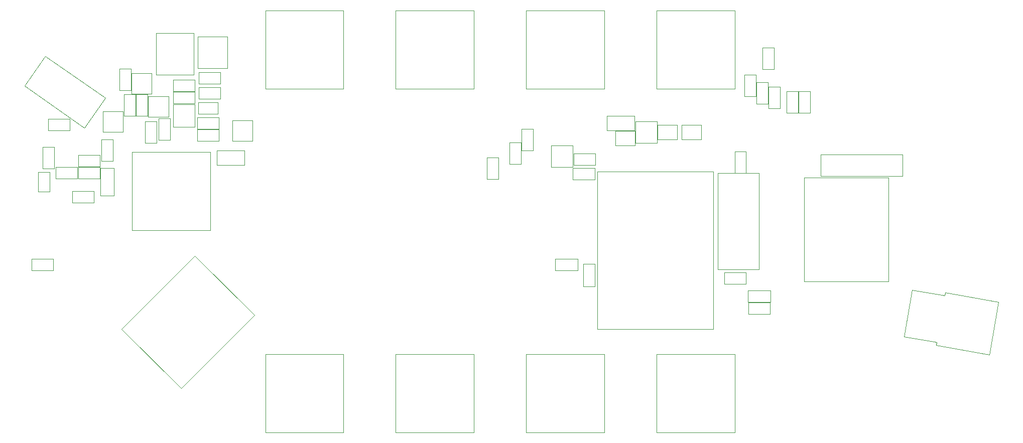
<source format=gbr>
%TF.GenerationSoftware,KiCad,Pcbnew,(5.1.10)-1*%
%TF.CreationDate,2022-02-17T21:55:53+01:00*%
%TF.ProjectId,keyboardEink,6b657962-6f61-4726-9445-696e6b2e6b69,rev?*%
%TF.SameCoordinates,Original*%
%TF.FileFunction,Other,User*%
%FSLAX46Y46*%
G04 Gerber Fmt 4.6, Leading zero omitted, Abs format (unit mm)*
G04 Created by KiCad (PCBNEW (5.1.10)-1) date 2022-02-17 21:55:53*
%MOMM*%
%LPD*%
G01*
G04 APERTURE LIST*
%ADD10C,0.050000*%
%ADD11C,0.120000*%
G04 APERTURE END LIST*
D10*
%TO.C,R38*%
X157136000Y-92448000D02*
X159036000Y-92448000D01*
X159036000Y-92448000D02*
X159036000Y-88748000D01*
X159036000Y-88748000D02*
X157136000Y-88748000D01*
X157136000Y-88748000D02*
X157136000Y-92448000D01*
%TO.C,R37*%
X159168000Y-90162000D02*
X161068000Y-90162000D01*
X161068000Y-90162000D02*
X161068000Y-86462000D01*
X161068000Y-86462000D02*
X159168000Y-86462000D01*
X159168000Y-86462000D02*
X159168000Y-90162000D01*
%TO.C,R36*%
X76480000Y-108444000D02*
X76480000Y-110344000D01*
X76480000Y-110344000D02*
X80180000Y-110344000D01*
X80180000Y-110344000D02*
X80180000Y-108444000D01*
X80180000Y-108444000D02*
X76480000Y-108444000D01*
%TO.C,R35*%
X87038000Y-98914000D02*
X87038000Y-97014000D01*
X87038000Y-97014000D02*
X83338000Y-97014000D01*
X83338000Y-97014000D02*
X83338000Y-98914000D01*
X83338000Y-98914000D02*
X87038000Y-98914000D01*
%TO.C,AE1*%
X229075562Y-122982579D02*
X229162387Y-122490176D01*
X238057009Y-124566251D02*
X229075562Y-122982579D01*
X230638396Y-114119310D02*
X230551572Y-114611714D01*
X239619843Y-115702981D02*
X230638396Y-114119310D01*
X223647463Y-121517746D02*
X225036649Y-113639284D01*
X229162387Y-122490176D02*
X223647463Y-121517746D01*
X239619843Y-115702981D02*
X238057009Y-124566251D01*
X230551572Y-114611714D02*
X225036649Y-113639284D01*
%TO.C,D7*%
X88102000Y-93074000D02*
X88102000Y-97774000D01*
X88102000Y-97774000D02*
X90402000Y-97774000D01*
X90402000Y-97774000D02*
X90402000Y-93074000D01*
X88102000Y-93074000D02*
X90402000Y-93074000D01*
%TO.C,SI3*%
X88568000Y-87014000D02*
X91968000Y-87014000D01*
X91968000Y-87014000D02*
X91968000Y-83514000D01*
X91968000Y-83514000D02*
X88568000Y-83514000D01*
X88568000Y-83514000D02*
X88568000Y-87014000D01*
%TO.C,R33*%
X90202000Y-88240000D02*
X88302000Y-88240000D01*
X88302000Y-88240000D02*
X88302000Y-91940000D01*
X88302000Y-91940000D02*
X90202000Y-91940000D01*
X90202000Y-91940000D02*
X90202000Y-88240000D01*
%TO.C,R11*%
X167794000Y-95016000D02*
X171494000Y-95016000D01*
X167794000Y-93116000D02*
X167794000Y-95016000D01*
X171494000Y-93116000D02*
X167794000Y-93116000D01*
X171494000Y-95016000D02*
X171494000Y-93116000D01*
%TO.C,J16*%
X164160000Y-89306000D02*
X167760000Y-89306000D01*
X164160000Y-92906000D02*
X164160000Y-89306000D01*
X167760000Y-92906000D02*
X164160000Y-92906000D01*
X167760000Y-89306000D02*
X167760000Y-92906000D01*
%TO.C,C26*%
X84354000Y-92818000D02*
X88054000Y-92818000D01*
X84354000Y-90918000D02*
X84354000Y-92818000D01*
X88054000Y-90918000D02*
X84354000Y-90918000D01*
X88054000Y-92818000D02*
X88054000Y-90918000D01*
%TO.C,C25*%
X84354000Y-94850000D02*
X88054000Y-94850000D01*
X84354000Y-92950000D02*
X84354000Y-94850000D01*
X88054000Y-92950000D02*
X84354000Y-92950000D01*
X88054000Y-94850000D02*
X88054000Y-92950000D01*
%TO.C,R32*%
X201708000Y-72746000D02*
X199808000Y-72746000D01*
X199808000Y-72746000D02*
X199808000Y-76446000D01*
X199808000Y-76446000D02*
X201708000Y-76446000D01*
X201708000Y-76446000D02*
X201708000Y-72746000D01*
%TO.C,R30*%
X196760000Y-81018000D02*
X198660000Y-81018000D01*
X198660000Y-81018000D02*
X198660000Y-77318000D01*
X198660000Y-77318000D02*
X196760000Y-77318000D01*
X196760000Y-77318000D02*
X196760000Y-81018000D01*
%TO.C,R29*%
X205904000Y-83812000D02*
X207804000Y-83812000D01*
X207804000Y-83812000D02*
X207804000Y-80112000D01*
X207804000Y-80112000D02*
X205904000Y-80112000D01*
X205904000Y-80112000D02*
X205904000Y-83812000D01*
%TO.C,R28*%
X202724000Y-79350000D02*
X200824000Y-79350000D01*
X200824000Y-79350000D02*
X200824000Y-83050000D01*
X200824000Y-83050000D02*
X202724000Y-83050000D01*
X202724000Y-83050000D02*
X202724000Y-79350000D01*
%TO.C,R27*%
X198792000Y-82288000D02*
X200692000Y-82288000D01*
X200692000Y-82288000D02*
X200692000Y-78588000D01*
X200692000Y-78588000D02*
X198792000Y-78588000D01*
X198792000Y-78588000D02*
X198792000Y-82288000D01*
%TO.C,C23*%
X205772000Y-80112000D02*
X203872000Y-80112000D01*
X203872000Y-80112000D02*
X203872000Y-83812000D01*
X203872000Y-83812000D02*
X205772000Y-83812000D01*
X205772000Y-83812000D02*
X205772000Y-80112000D01*
%TO.C,JP8*%
X174978000Y-89308000D02*
X178278000Y-89308000D01*
X174978000Y-89308000D02*
X174978000Y-86808000D01*
X178278000Y-86808000D02*
X178278000Y-89308000D01*
X178278000Y-86808000D02*
X174978000Y-86808000D01*
%TO.C,JP7*%
X189486000Y-85792000D02*
X186186000Y-85792000D01*
X189486000Y-85792000D02*
X189486000Y-88292000D01*
X186186000Y-88292000D02*
X186186000Y-85792000D01*
X186186000Y-88292000D02*
X189486000Y-88292000D01*
%TO.C,JP6*%
X185390000Y-85792000D02*
X182090000Y-85792000D01*
X185390000Y-85792000D02*
X185390000Y-88292000D01*
X182090000Y-88292000D02*
X182090000Y-85792000D01*
X182090000Y-88292000D02*
X185390000Y-88292000D01*
%TO.C,JP2*%
X107780000Y-92610000D02*
X112380000Y-92610000D01*
X107780000Y-92610000D02*
X107780000Y-90110000D01*
X112380000Y-90110000D02*
X112380000Y-92610000D01*
X112380000Y-90110000D02*
X107780000Y-90110000D01*
%TO.C,J5*%
X178384000Y-88842000D02*
X178384000Y-85242000D01*
X178384000Y-85242000D02*
X181984000Y-85242000D01*
X181984000Y-85242000D02*
X181984000Y-88842000D01*
X181984000Y-88842000D02*
X178384000Y-88842000D01*
%TO.C,JP3*%
X173566000Y-86768000D02*
X178166000Y-86768000D01*
X173566000Y-86768000D02*
X173566000Y-84268000D01*
X178166000Y-84268000D02*
X178166000Y-86768000D01*
X178166000Y-84268000D02*
X173566000Y-84268000D01*
%TO.C,SW11*%
X101744517Y-130289934D02*
X114118885Y-117915565D01*
X101744517Y-130289934D02*
X91703600Y-120249017D01*
X104077969Y-107874649D02*
X114118885Y-117915565D01*
X104077969Y-107874649D02*
X91703600Y-120249017D01*
%TO.C,J9*%
X209626000Y-90830000D02*
X223376000Y-90830000D01*
X223376000Y-90830000D02*
X223376000Y-94430000D01*
X223376000Y-94430000D02*
X209626000Y-94430000D01*
X209626000Y-94430000D02*
X209626000Y-90830000D01*
%TO.C,SW7*%
X206826000Y-94686000D02*
X206826000Y-112186000D01*
X206826000Y-94686000D02*
X221026000Y-94686000D01*
X221026000Y-112186000D02*
X206826000Y-112186000D01*
X221026000Y-112186000D02*
X221026000Y-94686000D01*
%TO.C,SW10*%
X195140000Y-79680000D02*
X195140000Y-66480000D01*
X181940000Y-79680000D02*
X195140000Y-79680000D01*
X181940000Y-66480000D02*
X181940000Y-79680000D01*
X195140000Y-66480000D02*
X181940000Y-66480000D01*
%TO.C,SW9*%
X195140000Y-137680000D02*
X195140000Y-124480000D01*
X181940000Y-137680000D02*
X195140000Y-137680000D01*
X181940000Y-124480000D02*
X181940000Y-137680000D01*
X195140000Y-124480000D02*
X181940000Y-124480000D01*
%TO.C,SW8*%
X106680000Y-90348000D02*
X93480000Y-90348000D01*
X106680000Y-103548000D02*
X106680000Y-90348000D01*
X93480000Y-103548000D02*
X106680000Y-103548000D01*
X93480000Y-90348000D02*
X93480000Y-103548000D01*
%TO.C,SW6*%
X173140000Y-137680000D02*
X173140000Y-124480000D01*
X159940000Y-137680000D02*
X173140000Y-137680000D01*
X159940000Y-124480000D02*
X159940000Y-137680000D01*
X173140000Y-124480000D02*
X159940000Y-124480000D01*
%TO.C,SW5*%
X173140000Y-79680000D02*
X173140000Y-66480000D01*
X159940000Y-79680000D02*
X173140000Y-79680000D01*
X159940000Y-66480000D02*
X159940000Y-79680000D01*
X173140000Y-66480000D02*
X159940000Y-66480000D01*
%TO.C,SW4*%
X151140000Y-137680000D02*
X151140000Y-124480000D01*
X137940000Y-137680000D02*
X151140000Y-137680000D01*
X137940000Y-124480000D02*
X137940000Y-137680000D01*
X151140000Y-124480000D02*
X137940000Y-124480000D01*
%TO.C,SW3*%
X151140000Y-79680000D02*
X151140000Y-66480000D01*
X137940000Y-79680000D02*
X151140000Y-79680000D01*
X137940000Y-66480000D02*
X137940000Y-79680000D01*
X151140000Y-66480000D02*
X137940000Y-66480000D01*
%TO.C,SW2*%
X129140000Y-137680000D02*
X129140000Y-124480000D01*
X115940000Y-137680000D02*
X129140000Y-137680000D01*
X115940000Y-124480000D02*
X115940000Y-137680000D01*
X129140000Y-124480000D02*
X115940000Y-124480000D01*
%TO.C,SW1*%
X129140000Y-79680000D02*
X129140000Y-66480000D01*
X115940000Y-79680000D02*
X129140000Y-79680000D01*
X115940000Y-66480000D02*
X115940000Y-79680000D01*
X129140000Y-66480000D02*
X115940000Y-66480000D01*
%TO.C,R26*%
X197384000Y-117710000D02*
X201084000Y-117710000D01*
X197384000Y-115810000D02*
X197384000Y-117710000D01*
X201084000Y-115810000D02*
X197384000Y-115810000D01*
X201084000Y-117710000D02*
X201084000Y-115810000D01*
%TO.C,U1*%
X96794000Y-80550000D02*
X96794000Y-77050000D01*
X93394000Y-80550000D02*
X96794000Y-80550000D01*
X93394000Y-77050000D02*
X93394000Y-80550000D01*
X96794000Y-77050000D02*
X93394000Y-77050000D01*
%TO.C,TPL51*%
X100406000Y-82348000D02*
X104006000Y-82348000D01*
X104006000Y-82348000D02*
X104006000Y-86148000D01*
X104006000Y-86148000D02*
X100406000Y-86148000D01*
X100406000Y-86148000D02*
X100406000Y-82348000D01*
%TO.C,SI2*%
X113812000Y-88538000D02*
X113812000Y-85038000D01*
X110412000Y-88538000D02*
X113812000Y-88538000D01*
X110412000Y-85038000D02*
X110412000Y-88538000D01*
X113812000Y-85038000D02*
X110412000Y-85038000D01*
%TO.C,SI1*%
X99638000Y-81024000D02*
X96138000Y-81024000D01*
X99638000Y-84424000D02*
X99638000Y-81024000D01*
X96138000Y-84424000D02*
X99638000Y-84424000D01*
X96138000Y-81024000D02*
X96138000Y-84424000D01*
%TO.C,Shot1*%
X78848384Y-74182295D02*
X88964911Y-81265964D01*
X75320888Y-79220080D02*
X78848384Y-74182295D01*
X85437416Y-86303749D02*
X75320888Y-79220080D01*
X88964911Y-81265964D02*
X85437416Y-86303749D01*
%TO.C,RV1*%
X109532000Y-70930000D02*
X109532000Y-76230000D01*
X104532000Y-70930000D02*
X109532000Y-70930000D01*
X104532000Y-76230000D02*
X104532000Y-70930000D01*
X109532000Y-76230000D02*
X104532000Y-76230000D01*
%TO.C,R23*%
X91350000Y-76302000D02*
X91350000Y-80002000D01*
X93250000Y-76302000D02*
X91350000Y-76302000D01*
X93250000Y-80002000D02*
X93250000Y-76302000D01*
X91350000Y-80002000D02*
X93250000Y-80002000D01*
%TO.C,R22*%
X108120000Y-84568000D02*
X104420000Y-84568000D01*
X108120000Y-86468000D02*
X108120000Y-84568000D01*
X104420000Y-86468000D02*
X108120000Y-86468000D01*
X104420000Y-84568000D02*
X104420000Y-86468000D01*
%TO.C,R21*%
X97954000Y-84684000D02*
X97954000Y-88384000D01*
X99854000Y-84684000D02*
X97954000Y-84684000D01*
X99854000Y-88384000D02*
X99854000Y-84684000D01*
X97954000Y-88384000D02*
X99854000Y-88384000D01*
%TO.C,R20*%
X84244000Y-92950000D02*
X80544000Y-92950000D01*
X84244000Y-94850000D02*
X84244000Y-92950000D01*
X80544000Y-94850000D02*
X84244000Y-94850000D01*
X80544000Y-92950000D02*
X80544000Y-94850000D01*
%TO.C,R19*%
X94144000Y-80620000D02*
X94144000Y-84320000D01*
X96044000Y-80620000D02*
X94144000Y-80620000D01*
X96044000Y-84320000D02*
X96044000Y-80620000D01*
X94144000Y-84320000D02*
X96044000Y-84320000D01*
%TO.C,R18*%
X108374000Y-79488000D02*
X104674000Y-79488000D01*
X108374000Y-81388000D02*
X108374000Y-79488000D01*
X104674000Y-81388000D02*
X108374000Y-81388000D01*
X104674000Y-79488000D02*
X104674000Y-81388000D01*
%TO.C,R17*%
X95668000Y-85192000D02*
X95668000Y-88892000D01*
X97568000Y-85192000D02*
X95668000Y-85192000D01*
X97568000Y-88892000D02*
X97568000Y-85192000D01*
X95668000Y-88892000D02*
X97568000Y-88892000D01*
%TO.C,R14*%
X78396000Y-89510000D02*
X78396000Y-93210000D01*
X80296000Y-89510000D02*
X78396000Y-89510000D01*
X80296000Y-93210000D02*
X80296000Y-89510000D01*
X78396000Y-93210000D02*
X80296000Y-93210000D01*
%TO.C,R13*%
X108374000Y-76948000D02*
X104674000Y-76948000D01*
X108374000Y-78848000D02*
X108374000Y-76948000D01*
X104674000Y-78848000D02*
X108374000Y-78848000D01*
X104674000Y-76948000D02*
X104674000Y-78848000D01*
%TO.C,D9*%
X107950000Y-82028000D02*
X104590000Y-82028000D01*
X107950000Y-83928000D02*
X107950000Y-82028000D01*
X104590000Y-83928000D02*
X107950000Y-83928000D01*
X104590000Y-82028000D02*
X104590000Y-83928000D01*
%TO.C,D8*%
X79534000Y-97104000D02*
X79534000Y-93744000D01*
X77634000Y-97104000D02*
X79534000Y-97104000D01*
X77634000Y-93744000D02*
X77634000Y-97104000D01*
X79534000Y-93744000D02*
X77634000Y-93744000D01*
%TO.C,C24*%
X104420000Y-88500000D02*
X108120000Y-88500000D01*
X104420000Y-86600000D02*
X104420000Y-88500000D01*
X108120000Y-86600000D02*
X104420000Y-86600000D01*
X108120000Y-88500000D02*
X108120000Y-86600000D01*
%TO.C,C22*%
X92112000Y-80620000D02*
X92112000Y-84320000D01*
X94012000Y-80620000D02*
X92112000Y-80620000D01*
X94012000Y-84320000D02*
X94012000Y-80620000D01*
X92112000Y-84320000D02*
X94012000Y-84320000D01*
%TO.C,C21*%
X104056000Y-78218000D02*
X100356000Y-78218000D01*
X104056000Y-80118000D02*
X104056000Y-78218000D01*
X100356000Y-80118000D02*
X104056000Y-80118000D01*
X100356000Y-78218000D02*
X100356000Y-80118000D01*
%TO.C,C20*%
X82974000Y-84822000D02*
X79274000Y-84822000D01*
X82974000Y-86722000D02*
X82974000Y-84822000D01*
X79274000Y-86722000D02*
X82974000Y-86722000D01*
X79274000Y-84822000D02*
X79274000Y-86722000D01*
%TO.C,C14*%
X104056000Y-80250000D02*
X100356000Y-80250000D01*
X104056000Y-82150000D02*
X104056000Y-80250000D01*
X100356000Y-82150000D02*
X104056000Y-82150000D01*
X100356000Y-80250000D02*
X100356000Y-82150000D01*
%TO.C,R9*%
X171636000Y-90664000D02*
X167936000Y-90664000D01*
X171636000Y-92564000D02*
X171636000Y-90664000D01*
X167936000Y-92564000D02*
X171636000Y-92564000D01*
X167936000Y-90664000D02*
X167936000Y-92564000D01*
%TO.C,F1*%
X153326000Y-94988000D02*
X155226000Y-94988000D01*
X155226000Y-94988000D02*
X155226000Y-91288000D01*
X155226000Y-91288000D02*
X153326000Y-91288000D01*
X153326000Y-91288000D02*
X153326000Y-94988000D01*
%TO.C,J2*%
X199174000Y-110232000D02*
X192274000Y-110232000D01*
X199174000Y-93932000D02*
X199174000Y-110232000D01*
X192274000Y-93932000D02*
X199174000Y-93932000D01*
X192274000Y-110232000D02*
X192274000Y-93932000D01*
%TO.C,R7*%
X197010000Y-90272000D02*
X195110000Y-90272000D01*
X195110000Y-90272000D02*
X195110000Y-93972000D01*
X195110000Y-93972000D02*
X197010000Y-93972000D01*
X197010000Y-93972000D02*
X197010000Y-90272000D01*
%TO.C,R6*%
X193320000Y-110730000D02*
X193320000Y-112630000D01*
X193320000Y-112630000D02*
X197020000Y-112630000D01*
X197020000Y-112630000D02*
X197020000Y-110730000D01*
X197020000Y-110730000D02*
X193320000Y-110730000D01*
%TO.C,C19*%
X169552000Y-113052000D02*
X171512000Y-113052000D01*
X171512000Y-113052000D02*
X171512000Y-109292000D01*
X171512000Y-109292000D02*
X169552000Y-109292000D01*
X169552000Y-109292000D02*
X169552000Y-113052000D01*
%TO.C,C18*%
X164842000Y-108414000D02*
X164842000Y-110374000D01*
X164842000Y-110374000D02*
X168602000Y-110374000D01*
X168602000Y-110374000D02*
X168602000Y-108414000D01*
X168602000Y-108414000D02*
X164842000Y-108414000D01*
D11*
%TO.C,U4*%
X191508000Y-120268000D02*
X171908000Y-120268000D01*
X171908000Y-93668000D02*
X191508000Y-93668000D01*
X171908000Y-120268000D02*
X171908000Y-93668000D01*
X191508000Y-120268000D02*
X191508000Y-93668000D01*
D10*
%TO.C,J3*%
X103882000Y-70354000D02*
X103882000Y-77314000D01*
X97482000Y-70354000D02*
X103882000Y-70354000D01*
X97482000Y-77314000D02*
X97482000Y-70354000D01*
X103882000Y-77314000D02*
X97482000Y-77314000D01*
%TO.C,C8*%
X201114000Y-115708000D02*
X201114000Y-113748000D01*
X201114000Y-113748000D02*
X197354000Y-113748000D01*
X197354000Y-113748000D02*
X197354000Y-115708000D01*
X197354000Y-115708000D02*
X201114000Y-115708000D01*
%TD*%
M02*

</source>
